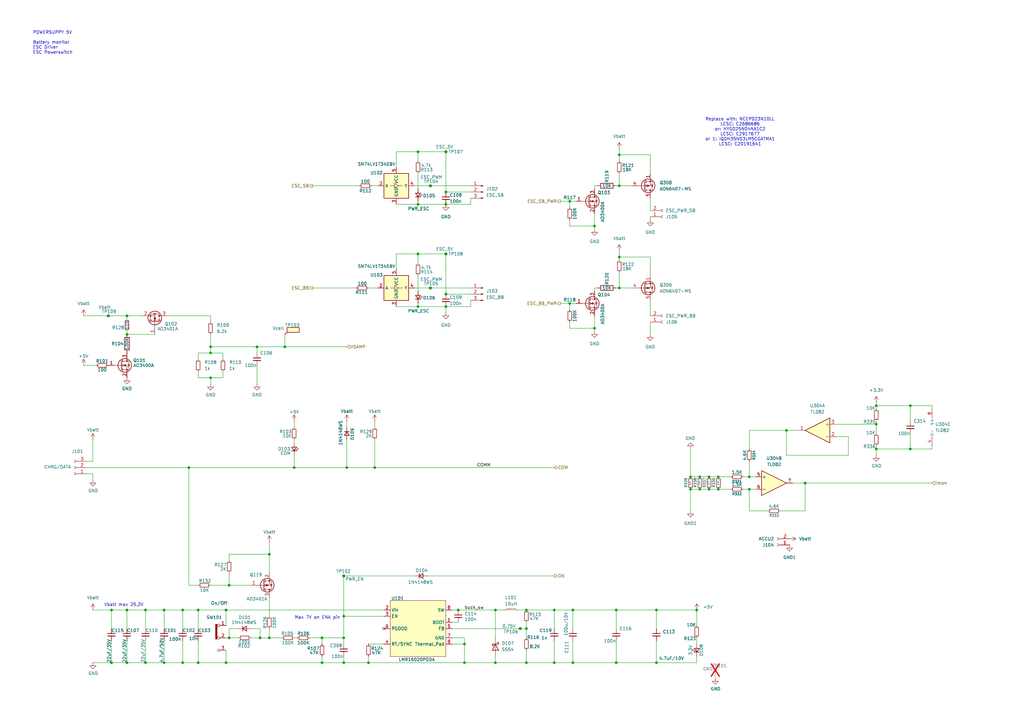
<source format=kicad_sch>
(kicad_sch (version 20250114) (generator "eeschema") (generator_version "9.0")
  (paper "A3")
  (title_block (title "NicE Buoy") (date "2023-06-20") (rev "1.1") (company "NicE Engineering"))
  (text "Max 7V on ENA pin" (at 130.175 253.365 0) (effects (font (size 1.27 1.27))))
  (text "POWERSUPPY 5V\n\nBattery monitor\nESC Driver\nESC Powerswitch\n" (at 13.462 22.352 0) (effects (font (size 1.27 1.27)) (justify left bottom)))
  (text "Replace with: NCEP023N10LL\nLCSC: C2686686\nor: HYG025N04NA1C2\nLCSC: C2917677\nor 1: IQDH35N03LM5CGATMA1\nLCSC: C20191641" (at 303.53 54.102 0) (effects (font (size 1.27 1.27))))
  (text "Vbatt max 25,2V" (at 50.8 248.158 0) (effects (font (size 1.27 1.27))))
  (junction (at 307.34 195.58))
  (junction (at 116.84 142.24))
  (junction (at 52.07 129.54))
  (junction (at 176.53 76.2))
  (junction (at 373.38 166.37))
  (junction (at 74.93 271.78))
  (junction (at 233.68 124.46))
  (junction (at 359.41 184.15))
  (junction (at 140.97 271.78))
  (junction (at 182.88 120.65))
  (junction (at 93.98 240.03))
  (junction (at 254 63.5))
  (junction (at 182.88 83.82))
  (junction (at 294.64 200.66))
  (junction (at 67.31 250.19))
  (junction (at 140.97 252.73))
  (junction (at 140.97 236.22))
  (junction (at 285.75 250.19))
  (junction (at 86.36 142.24))
  (junction (at 213.36 257.81))
  (junction (at 59.69 271.78))
  (junction (at 176.53 118.11))
  (junction (at 45.72 250.19))
  (junction (at 233.68 82.55))
  (junction (at 215.9 257.81))
  (junction (at 283.21 200.66))
  (junction (at 153.67 191.77))
  (junction (at 52.07 250.19))
  (junction (at 290.83 200.66))
  (junction (at 151.13 271.78))
  (junction (at 45.72 271.78))
  (junction (at 287.02 200.66))
  (junction (at 77.47 191.77))
  (junction (at 234.95 271.78))
  (junction (at 171.45 104.14))
  (junction (at 106.68 261.62))
  (junction (at 132.08 261.62))
  (junction (at 215.9 250.19))
  (junction (at 254 76.2))
  (junction (at 120.65 191.77))
  (junction (at 171.45 83.82))
  (junction (at 92.71 250.19))
  (junction (at 287.02 195.58))
  (junction (at 227.33 271.78))
  (junction (at 190.5 271.78))
  (junction (at 182.88 78.74))
  (junction (at 203.2 250.19))
  (junction (at 86.36 144.78))
  (junction (at 373.38 184.15))
  (junction (at 359.41 166.37))
  (junction (at 187.96 250.19))
  (junction (at 227.33 250.19))
  (junction (at 81.28 271.78))
  (junction (at 110.49 227.33))
  (junction (at 234.95 250.19))
  (junction (at 105.41 142.24))
  (junction (at 132.08 271.78))
  (junction (at 44.45 129.54))
  (junction (at 81.28 250.19))
  (junction (at 171.45 62.23))
  (junction (at 243.84 134.62))
  (junction (at 92.71 271.78))
  (junction (at 290.83 195.58))
  (junction (at 269.24 250.19))
  (junction (at 86.36 154.94))
  (junction (at 330.2 198.12))
  (junction (at 203.2 271.78))
  (junction (at 182.88 62.23))
  (junction (at 307.34 200.66))
  (junction (at 182.88 125.73))
  (junction (at 59.69 250.19))
  (junction (at 294.64 195.58))
  (junction (at 171.45 125.73))
  (junction (at 52.07 271.78))
  (junction (at 252.73 271.78))
  (junction (at 74.93 250.19))
  (junction (at 243.84 92.71))
  (junction (at 269.24 271.78))
  (junction (at 140.97 261.62))
  (junction (at 182.88 104.14))
  (junction (at 93.98 261.62))
  (junction (at 283.21 195.58))
  (junction (at 67.31 271.78))
  (junction (at 52.07 137.16))
  (junction (at 190.5 264.16))
  (junction (at 142.24 191.77))
  (junction (at 110.49 261.62))
  (junction (at 254 105.41))
  (junction (at 359.41 173.99))
  (junction (at 254 118.11))
  (junction (at 322.58 176.53))
  (junction (at 215.9 271.78))
  (junction (at 252.73 250.19))
  (no_connect (at 157.48 257.81))
  (wire (pts (xy 266.7 123.19) (xy 266.7 129.54)))
  (wire (pts (xy 140.97 252.73) (xy 140.97 261.62)))
  (wire (pts (xy 359.41 182.88) (xy 359.41 184.15)))
  (wire (pts (xy 269.24 250.19) (xy 269.24 257.81)))
  (wire (pts (xy 193.04 81.28) (xy 193.04 83.82)))
  (wire (pts (xy 110.49 261.62) (xy 115.57 261.62)))
  (wire (pts (xy 142.24 172.72) (xy 142.24 175.26)))
  (wire (pts (xy 285.75 250.19) (xy 285.75 256.54)))
  (wire (pts (xy 266.7 105.41) (xy 266.7 113.03)))
  (wire (pts (xy 243.84 93.98) (xy 243.84 92.71)))
  (wire (pts (xy 233.68 90.17) (xy 233.68 92.71)))
  (wire (pts (xy 110.49 245.11) (xy 110.49 252.73)))
  (wire (pts (xy 252.73 250.19) (xy 269.24 250.19)))
  (wire (pts (xy 52.07 129.54) (xy 52.07 130.81)))
  (wire (pts (xy 110.49 222.25) (xy 110.49 227.33)))
  (wire (pts (xy 227.33 262.89) (xy 227.33 271.78)))
  (wire (pts (xy 266.7 86.36) (xy 266.7 81.28)))
  (wire (pts (xy 162.56 104.14) (xy 171.45 104.14)))
  (wire (pts (xy 227.33 250.19) (xy 234.95 250.19)))
  (wire (pts (xy 120.65 191.77) (xy 142.24 191.77)))
  (wire (pts (xy 59.69 250.19) (xy 59.69 257.81)))
  (wire (pts (xy 171.45 83.82) (xy 182.88 83.82)))
  (wire (pts (xy 140.97 252.73) (xy 157.48 252.73)))
  (wire (pts (xy 233.68 124.46) (xy 233.68 127)))
  (wire (pts (xy 120.65 261.62) (xy 121.92 261.62)))
  (wire (pts (xy 38.1 194.31) (xy 38.1 196.85)))
  (wire (pts (xy 92.71 266.7) (xy 92.71 271.78)))
  (wire (pts (xy 140.97 236.22) (xy 170.18 236.22)))
  (wire (pts (xy 243.84 92.71) (xy 243.84 87.63)))
  (wire (pts (xy 254 105.41) (xy 266.7 105.41)))
  (wire (pts (xy 215.9 271.78) (xy 227.33 271.78)))
  (wire (pts (xy 67.31 262.89) (xy 67.31 271.78)))
  (wire (pts (xy 382.27 184.15) (xy 373.38 184.15)))
  (wire (pts (xy 52.07 262.89) (xy 52.07 271.78)))
  (wire (pts (xy 45.72 250.19) (xy 45.72 257.81)))
  (wire (pts (xy 327.66 176.53) (xy 322.58 176.53)))
  (wire (pts (xy 132.08 261.62) (xy 140.97 261.62)))
  (wire (pts (xy 347.98 186.69) (xy 347.98 179.07)))
  (wire (pts (xy 229.87 124.46) (xy 233.68 124.46)))
  (wire (pts (xy 185.42 261.62) (xy 190.5 261.62)))
  (wire (pts (xy 287.02 200.66) (xy 290.83 200.66)))
  (wire (pts (xy 120.65 180.34) (xy 120.65 181.61)))
  (wire (pts (xy 162.56 83.82) (xy 171.45 83.82)))
  (wire (pts (xy 162.56 62.23) (xy 171.45 62.23)))
  (wire (pts (xy 127 261.62) (xy 132.08 261.62)))
  (wire (pts (xy 190.5 264.16) (xy 190.5 271.78)))
  (wire (pts (xy 45.72 271.78) (xy 52.07 271.78)))
  (wire (pts (xy 59.69 271.78) (xy 67.31 271.78)))
  (wire (pts (xy 106.68 261.62) (xy 110.49 261.62)))
  (wire (pts (xy 233.68 134.62) (xy 243.84 134.62)))
  (wire (pts (xy 52.07 250.19) (xy 59.69 250.19)))
  (wire (pts (xy 81.28 250.19) (xy 92.71 250.19)))
  (wire (pts (xy 187.96 250.19) (xy 203.2 250.19)))
  (wire (pts (xy 234.95 262.89) (xy 234.95 271.78)))
  (wire (pts (xy 105.41 142.24) (xy 116.84 142.24)))
  (wire (pts (xy 132.08 271.78) (xy 140.97 271.78)))
  (wire (pts (xy 294.64 200.66) (xy 299.72 200.66)))
  (wire (pts (xy 153.67 172.72) (xy 153.67 175.26)))
  (wire (pts (xy 86.36 154.94) (xy 86.36 157.48)))
  (wire (pts (xy 182.88 78.74) (xy 193.04 78.74)))
  (wire (pts (xy 269.24 262.89) (xy 269.24 271.78)))
  (wire (pts (xy 285.75 261.62) (xy 285.75 264.16)))
  (wire (pts (xy 304.8 195.58) (xy 307.34 195.58)))
  (wire (pts (xy 330.2 198.12) (xy 330.2 209.55)))
  (wire (pts (xy 52.07 137.16) (xy 63.5 137.16)))
  (wire (pts (xy 330.2 209.55) (xy 320.04 209.55)))
  (wire (pts (xy 182.88 62.23) (xy 182.88 78.74)))
  (wire (pts (xy 236.22 82.55) (xy 233.68 82.55)))
  (wire (pts (xy 227.33 250.19) (xy 227.33 257.81)))
  (wire (pts (xy 227.33 271.78) (xy 234.95 271.78)))
  (wire (pts (xy 252.73 76.2) (xy 254 76.2)))
  (wire (pts (xy 151.13 264.16) (xy 157.48 264.16)))
  (wire (pts (xy 245.11 76.2) (xy 243.84 76.2)))
  (wire (pts (xy 93.98 261.62) (xy 97.79 261.62)))
  (wire (pts (xy 170.18 118.11) (xy 176.53 118.11)))
  (wire (pts (xy 86.36 144.78) (xy 81.28 144.78)))
  (wire (pts (xy 93.98 229.87) (xy 93.98 227.33)))
  (wire (pts (xy 193.04 123.19) (xy 193.04 125.73)))
  (wire (pts (xy 304.8 200.66) (xy 307.34 200.66)))
  (wire (pts (xy 322.58 176.53) (xy 307.34 176.53)))
  (wire (pts (xy 285.75 269.24) (xy 285.75 271.78)))
  (wire (pts (xy 243.84 135.89) (xy 243.84 134.62)))
  (wire (pts (xy 182.88 120.65) (xy 193.04 120.65)))
  (wire (pts (xy 243.84 134.62) (xy 243.84 129.54)))
  (wire (pts (xy 162.56 104.14) (xy 162.56 110.49)))
  (wire (pts (xy 234.95 250.19) (xy 234.95 257.81)))
  (wire (pts (xy 266.7 88.9) (xy 266.7 90.17)))
  (wire (pts (xy 294.64 195.58) (xy 299.72 195.58)))
  (wire (pts (xy 120.65 172.72) (xy 120.65 175.26)))
  (wire (pts (xy 171.45 113.03) (xy 171.45 119.38)))
  (wire (pts (xy 132.08 261.62) (xy 132.08 264.16)))
  (wire (pts (xy 307.34 189.23) (xy 307.34 195.58)))
  (wire (pts (xy 151.13 269.24) (xy 151.13 271.78)))
  (wire (pts (xy 153.67 180.34) (xy 153.67 191.77)))
  (wire (pts (xy 93.98 240.03) (xy 102.87 240.03)))
  (wire (pts (xy 77.47 191.77) (xy 120.65 191.77)))
  (wire (pts (xy 140.97 261.62) (xy 140.97 264.16)))
  (wire (pts (xy 171.45 62.23) (xy 171.45 66.04)))
  (wire (pts (xy 162.56 62.23) (xy 162.56 68.58)))
  (wire (pts (xy 81.28 152.4) (xy 81.28 154.94)))
  (wire (pts (xy 106.68 257.81) (xy 106.68 261.62)))
  (wire (pts (xy 347.98 179.07) (xy 342.9 179.07)))
  (wire (pts (xy 252.73 262.89) (xy 252.73 271.78)))
  (wire (pts (xy 142.24 180.34) (xy 142.24 191.77)))
  (wire (pts (xy 34.29 129.54) (xy 44.45 129.54)))
  (wire (pts (xy 68.58 129.54) (xy 86.36 129.54)))
  (wire (pts (xy 307.34 195.58) (xy 309.88 195.58)))
  (wire (pts (xy 74.93 250.19) (xy 81.28 250.19)))
  (wire (pts (xy 152.4 76.2) (xy 154.94 76.2)))
  (wire (pts (xy 359.41 165.1) (xy 359.41 166.37)))
  (wire (pts (xy 74.93 250.19) (xy 74.93 257.81)))
  (wire (pts (xy 128.27 118.11) (xy 146.05 118.11)))
  (wire (pts (xy 359.41 172.72) (xy 359.41 173.99)))
  (wire (pts (xy 170.18 76.2) (xy 176.53 76.2)))
  (wire (pts (xy 171.45 125.73) (xy 182.88 125.73)))
  (wire (pts (xy 287.02 195.58) (xy 290.83 195.58)))
  (wire (pts (xy 243.84 118.11) (xy 243.84 119.38)))
  (wire (pts (xy 254 63.5) (xy 266.7 63.5)))
  (wire (pts (xy 52.07 250.19) (xy 52.07 257.81)))
  (wire (pts (xy 254 60.96) (xy 254 63.5)))
  (wire (pts (xy 233.68 82.55) (xy 233.68 85.09)))
  (wire (pts (xy 190.5 261.62) (xy 190.5 264.16)))
  (wire (pts (xy 236.22 124.46) (xy 233.68 124.46)))
  (wire (pts (xy 86.36 129.54) (xy 86.36 132.08)))
  (wire (pts (xy 91.44 147.32) (xy 91.44 144.78)))
  (wire (pts (xy 254 63.5) (xy 254 66.04)))
  (wire (pts (xy 93.98 227.33) (xy 110.49 227.33)))
  (wire (pts (xy 175.26 236.22) (xy 227.33 236.22)))
  (wire (pts (xy 120.65 186.69) (xy 120.65 191.77)))
  (wire (pts (xy 86.36 240.03) (xy 93.98 240.03)))
  (wire (pts (xy 176.53 118.11) (xy 193.04 118.11)))
  (wire (pts (xy 254 102.87) (xy 254 105.41)))
  (wire (pts (xy 92.71 250.19) (xy 157.48 250.19)))
  (wire (pts (xy 38.1 250.19) (xy 45.72 250.19)))
  (wire (pts (xy 171.45 82.55) (xy 171.45 83.82)))
  (wire (pts (xy 77.47 240.03) (xy 77.47 191.77)))
  (wire (pts (xy 190.5 271.78) (xy 203.2 271.78)))
  (wire (pts (xy 307.34 176.53) (xy 307.34 184.15)))
  (wire (pts (xy 35.56 194.31) (xy 38.1 194.31)))
  (wire (pts (xy 151.13 118.11) (xy 154.94 118.11)))
  (wire (pts (xy 132.08 269.24) (xy 132.08 271.78)))
  (wire (pts (xy 171.45 71.12) (xy 171.45 77.47)))
  (wire (pts (xy 283.21 184.15) (xy 283.21 195.58)))
  (wire (pts (xy 182.88 125.73) (xy 182.88 128.27)))
  (wire (pts (xy 254 118.11) (xy 259.08 118.11)))
  (wire (pts (xy 185.42 257.81) (xy 213.36 257.81)))
  (wire (pts (xy 234.95 250.19) (xy 252.73 250.19)))
  (wire (pts (xy 233.68 132.08) (xy 233.68 134.62)))
  (wire (pts (xy 215.9 271.78) (xy 215.9 266.7)))
  (wire (pts (xy 330.2 198.12) (xy 382.27 198.12)))
  (wire (pts (xy 359.41 166.37) (xy 359.41 167.64)))
  (wire (pts (xy 38.1 271.78) (xy 45.72 271.78)))
  (wire (pts (xy 45.72 250.19) (xy 52.07 250.19)))
  (wire (pts (xy 252.73 271.78) (xy 269.24 271.78)))
  (wire (pts (xy 35.56 191.77) (xy 77.47 191.77)))
  (wire (pts (xy 307.34 200.66) (xy 307.34 209.55)))
  (wire (pts (xy 52.07 135.89) (xy 52.07 137.16)))
  (wire (pts (xy 243.84 118.11) (xy 245.11 118.11)))
  (wire (pts (xy 185.42 250.19) (xy 187.96 250.19)))
  (wire (pts (xy 171.45 124.46) (xy 171.45 125.73)))
  (wire (pts (xy 86.36 142.24) (xy 86.36 144.78)))
  (wire (pts (xy 34.29 149.86) (xy 39.37 149.86)))
  (wire (pts (xy 373.38 184.15) (xy 359.41 184.15)))
  (wire (pts (xy 213.36 257.81) (xy 215.9 257.81)))
  (wire (pts (xy 254 111.76) (xy 254 118.11)))
  (wire (pts (xy 81.28 250.19) (xy 81.28 257.81)))
  (wire (pts (xy 212.09 250.19) (xy 215.9 250.19)))
  (wire (pts (xy 102.87 261.62) (xy 106.68 261.62)))
  (wire (pts (xy 254 105.41) (xy 254 106.68)))
  (wire (pts (xy 74.93 271.78) (xy 81.28 271.78)))
  (wire (pts (xy 86.36 137.16) (xy 86.36 142.24)))
  (wire (pts (xy 176.53 76.2) (xy 193.04 76.2)))
  (wire (pts (xy 91.44 152.4) (xy 91.44 154.94)))
  (wire (pts (xy 203.2 250.19) (xy 203.2 261.62)))
  (wire (pts (xy 307.34 200.66) (xy 309.88 200.66)))
  (wire (pts (xy 81.28 262.89) (xy 81.28 271.78)))
  (wire (pts (xy 110.49 227.33) (xy 110.49 234.95)))
  (wire (pts (xy 285.75 271.78) (xy 269.24 271.78)))
  (wire (pts (xy 52.07 271.78) (xy 59.69 271.78)))
  (wire (pts (xy 359.41 184.15) (xy 359.41 186.69)))
  (wire (pts (xy 86.36 154.94) (xy 91.44 154.94)))
  (wire (pts (xy 254 71.12) (xy 254 76.2)))
  (wire (pts (xy 373.38 166.37) (xy 359.41 166.37)))
  (wire (pts (xy 67.31 250.19) (xy 74.93 250.19)))
  (wire (pts (xy 52.07 129.54) (xy 58.42 129.54)))
  (wire (pts (xy 86.36 154.94) (xy 81.28 154.94)))
  (wire (pts (xy 45.72 262.89) (xy 45.72 271.78)))
  (wire (pts (xy 102.87 257.81) (xy 106.68 257.81)))
  (wire (pts (xy 81.28 271.78) (xy 92.71 271.78)))
  (wire (pts (xy 234.95 271.78) (xy 252.73 271.78)))
  (wire (pts (xy 153.67 191.77) (xy 227.33 191.77)))
  (wire (pts (xy 252.73 250.19) (xy 252.73 257.81)))
  (wire (pts (xy 290.83 200.66) (xy 294.64 200.66)))
  (wire (pts (xy 322.58 186.69) (xy 347.98 186.69)))
  (wire (pts (xy 182.88 83.82) (xy 193.04 83.82)))
  (wire (pts (xy 86.36 142.24) (xy 105.41 142.24)))
  (wire (pts (xy 203.2 269.24) (xy 203.2 271.78)))
  (wire (pts (xy 91.44 144.78) (xy 86.36 144.78)))
  (wire (pts (xy 93.98 257.81) (xy 93.98 261.62)))
  (wire (pts (xy 283.21 200.66) (xy 283.21 209.55)))
  (wire (pts (xy 140.97 271.78) (xy 151.13 271.78)))
  (wire (pts (xy 283.21 200.66) (xy 287.02 200.66)))
  (wire (pts (xy 92.71 250.19) (xy 92.71 256.54)))
  (wire (pts (xy 229.87 82.55) (xy 233.68 82.55)))
  (wire (pts (xy 81.28 144.78) (xy 81.28 147.32)))
  (wire (pts (xy 67.31 250.19) (xy 67.31 257.81)))
  (wire (pts (xy 140.97 269.24) (xy 140.97 271.78)))
  (wire (pts (xy 266.7 63.5) (xy 266.7 71.12)))
  (wire (pts (xy 185.42 264.16) (xy 190.5 264.16)))
  (wire (pts (xy 182.88 104.14) (xy 182.88 120.65)))
  (wire (pts (xy 215.9 250.19) (xy 227.33 250.19)))
  (wire (pts (xy 325.12 198.12) (xy 330.2 198.12)))
  (wire (pts (xy 382.27 167.64) (xy 382.27 166.37)))
  (wire (pts (xy 110.49 257.81) (xy 110.49 261.62)))
  (wire (pts (xy 203.2 271.78) (xy 215.9 271.78)))
  (wire (pts (xy 140.97 236.22) (xy 140.97 252.73)))
  (wire (pts (xy 373.38 166.37) (xy 373.38 172.72)))
  (wire (pts (xy 171.45 62.23) (xy 182.88 62.23)))
  (wire (pts (xy 171.45 104.14) (xy 171.45 107.95)))
  (wire (pts (xy 67.31 271.78) (xy 74.93 271.78)))
  (wire (pts (xy 290.83 195.58) (xy 294.64 195.58)))
  (wire (pts (xy 105.41 142.24) (xy 105.41 144.78)))
  (wire (pts (xy 233.68 92.71) (xy 243.84 92.71)))
  (wire (pts (xy 74.93 262.89) (xy 74.93 271.78)))
  (wire (pts (xy 142.24 191.77) (xy 153.67 191.77)))
  (wire (pts (xy 38.1 180.34) (xy 38.1 189.23)))
  (wire (pts (xy 252.73 118.11) (xy 254 118.11)))
  (wire (pts (xy 162.56 125.73) (xy 171.45 125.73)))
  (wire (pts (xy 185.42 255.27) (xy 187.96 255.27)))
  (wire (pts (xy 151.13 271.78) (xy 190.5 271.78)))
  (wire (pts (xy 116.84 137.16) (xy 116.84 142.24)))
  (wire (pts (xy 128.27 76.2) (xy 147.32 76.2)))
  (wire (pts (xy 307.34 209.55) (xy 314.96 209.55)))
  (wire (pts (xy 44.45 129.54) (xy 52.07 129.54)))
  (wire (pts (xy 203.2 250.19) (xy 207.01 250.19)))
  (wire (pts (xy 382.27 182.88) (xy 382.27 184.15)))
  (wire (pts (xy 342.9 173.99) (xy 359.41 173.99)))
  (wire (pts (xy 97.79 257.81) (xy 93.98 257.81)))
  (wire (pts (xy 382.27 166.37) (xy 373.38 166.37)))
  (wire (pts (xy 171.45 104.14) (xy 182.88 104.14)))
  (wire (pts (xy 373.38 177.8) (xy 373.38 184.15)))
  (wire (pts (xy 182.88 125.73) (xy 193.04 125.73)))
  (wire (pts (xy 243.84 76.2) (xy 243.84 77.47)))
  (wire (pts (xy 322.58 176.53) (xy 322.58 186.69)))
  (wire (pts (xy 92.71 261.62) (xy 93.98 261.62)))
  (wire (pts (xy 81.28 240.03) (xy 77.47 240.03)))
  (wire (pts (xy 269.24 250.19) (xy 285.75 250.19)))
  (wire (pts (xy 215.9 257.81) (xy 215.9 261.62)))
  (wire (pts (xy 38.1 189.23) (xy 35.56 189.23)))
  (wire (pts (xy 266.7 132.08) (xy 266.7 137.16)))
  (wire (pts (xy 105.41 149.86) (xy 105.41 157.48)))
  (wire (pts (xy 116.84 142.24) (xy 142.24 142.24)))
  (wire (pts (xy 92.71 271.78) (xy 132.08 271.78)))
  (wire (pts (xy 93.98 234.95) (xy 93.98 240.03)))
  (wire (pts (xy 283.21 195.58) (xy 287.02 195.58)))
  (wire (pts (xy 59.69 250.19) (xy 67.31 250.19)))
  (wire (pts (xy 254 76.2) (xy 259.08 76.2)))
  (wire (pts (xy 215.9 255.27) (xy 215.9 257.81)))
  (wire (pts (xy 359.41 173.99) (xy 359.41 177.8)))
  (wire (pts (xy 59.69 262.89) (xy 59.69 271.78)))
  (label "buck_sw" (at 190.5 250.19 0))
  (label "COMM" (at 195.58 191.77 0))
  (hierarchical_label "ESC_BB_PWR" (shape output) (at 229.87 124.46 180))
  (hierarchical_label "COM" (shape bidirectional) (at 227.33 191.77 0))
  (hierarchical_label "ESC_SB" (shape output) (at 128.27 76.2 180))
  (hierarchical_label "Imon" (shape input) (at 382.27 198.12 0))
  (hierarchical_label "ON" (shape output) (at 227.33 236.22 0))
  (hierarchical_label "ESC_SB_PWR" (shape output) (at 229.87 82.55 180))
  (hierarchical_label "ESC_BB" (shape output) (at 128.27 118.11 180))
  (hierarchical_label "VSAMP" (shape input) (at 142.24 142.24 0))
  (symbol (lib_name "R_Small_1") (lib_id "Device:R_Small") (at 283.21 198.12 0) (mirror y) (unit 1)
    (property "Reference" "R339" (at 281.305 200.025 90) (effects (font (size 1.016 1.016)) (justify left)))
    (property "Value" "1" (at 283.845 198.12 0) (effects (justify left)))
    (property "Footprint" "Resistor_SMD:R_2512_6332Metric_Pad1.40x3.35mm_HandSolder" (effects (hide yes)))
    (property "Description" "Resistor, small symbol" (effects (hide yes)))
  )
  (symbol (lib_id "Device:R_Small") (at 171.45 110.49 0) (mirror x) (unit 1)
    (property "Reference" "R114" (at 175.006 111.506 0))
    (property "Value" "4.7k" (at 174.752 109.728 0))
    (property "Footprint" "A_Device:R_0603" (effects (hide yes)))
    (property "LCSC" "C4177" (effects (hide yes)))
  )
  (symbol (lib_id "power:GND") (at 359.41 186.69 0) (unit 1)
    (property "Reference" "#PWR0328" (effects (hide yes)))
    (property "Value" "GND" (at 359.537 191.0842 0))
  )
  (symbol (lib_id "Device:D_Schottky") (at 203.2 265.43 270) (unit 1)
    (property "Reference" "D107" (at 205.74 263.8424 90) (effects (justify left)))
    (property "Value" "SS54" (at 205.74 266.3824 90) (effects (justify left)))
    (property "Footprint" "Diode_SMD:D_SMA" (effects (hide yes)))
    (property "Datasheet" "https://www.lcsc.com/datasheet/lcsc_datasheet_2407101107_MDD-Microdiode-Semiconductor-SS54_C22452.pdf" (effects (hide yes)))
    (property "Description" "Schottky diode" (effects (hide yes)))
    (property "LCSC" "C22452" (effects (hide yes)))
  )
  (symbol (lib_id "Device:C_Small") (at 269.24 260.35 0) (unit 1)
    (property "Reference" "C113" (at 271.78 259.0862 0) (effects (justify left)))
    (property "Value" "4.7uF/10V" (at 270.256 270.002 0) (effects (justify left)))
    (property "Footprint" "Capacitor_SMD:C_1206_3216Metric" (effects (hide yes)))
    (property "Description" "Unpolarized capacitor, small symbol" (effects (hide yes)))
    (property "LCSC" "C29823" (effects (hide yes)))
  )
  (symbol (lib_id "Device:R_Small") (at 81.28 149.86 0) (unit 1)
    (property "Reference" "R108" (at 83.82 148.59 0) (effects (justify left)))
    (property "Value" "1k" (at 83.82 151.13 0) (effects (justify left)))
    (property "Footprint" "A_Device:R_0603" (effects (hide yes)))
    (property "LCSC" "C21190" (effects (hide yes)))
  )
  (symbol (lib_id "Connector:TestPoint_Small") (at 213.36 257.81 0) (unit 1) (in_bom no)
    (property "Reference" "TP106" (at 206.502 259.08 0) (effects (justify left)))
    (property "Value" "0.75V" (at 205.994 256.794 0) (effects (justify left)))
    (property "Footprint" "A_Pads_Pins:Testpad_1.4" (effects (hide yes)))
    (property "Description" "test point" (effects (hide yes)))
  )
  (symbol (lib_id "Device:C_Small") (at 227.33 260.35 0) (unit 1)
    (property "Reference" "C119" (at 221.234 258.572 0) (effects (justify left)))
    (property "Value" "1n" (at 221.996 261.62 0) (effects (justify left)))
    (property "Footprint" "A_Device:C_0603" (effects (hide yes)))
    (property "LCSC" "C1588" (effects (hide yes)))
  )
  (symbol (lib_name "+3.3V_1") (lib_id "power:+3.3V") (at 254 60.96 0) (unit 1)
    (property "Reference" "#PWR0117" (effects (hide yes)))
    (property "Value" "Vbatt" (at 254 55.88 0))
    (property "Description" "Power symbol creates a global label with name \"+3.3V\"" (effects (hide yes)))
  )
  (symbol (lib_id "Device:C_Small") (at 59.69 260.35 0) (unit 1)
    (property "Reference" "C110" (at 59.69 258.572 0) (effects (justify left)))
    (property "Value" "22uF/35V" (at 58.674 271.78 90) (effects (justify left)))
    (property "Footprint" "Capacitor_SMD:C_1206_3216Metric" (effects (hide yes)))
    (property "Description" "Unpolarized capacitor, small symbol" (effects (hide yes)))
    (property "LCSC" "C6119969" (effects (hide yes)))
  )
  (symbol (lib_name "R_Small_1") (lib_id "Device:R_Small") (at 317.5 209.55 90) (unit 1)
    (property "Reference" "R333" (at 317.5 211.455 90) (effects (font (size 1.016 1.016))))
    (property "Value" "4.6K" (at 317.5 207.645 90))
    (property "Footprint" "A_Device:R_0603" (effects (hide yes)))
    (property "Description" "Resistor, small symbol" (effects (hide yes)))
  )
  (symbol (lib_id "Device:R_Small") (at 215.9 264.16 0) (unit 1)
    (property "Reference" "R116" (at 216.154 261.366 0) (effects (justify left)))
    (property "Value" "8.2K" (at 217.17 265.176 0) (effects (justify left)))
    (property "Footprint" "A_Device:R_0603" (effects (hide yes)))
    (property "Description" "Resistor, small symbol" (effects (hide yes)))
    (property "LCSC" "C25981" (effects (hide yes)))
  )
  (symbol (lib_id "Device:R") (at 248.92 118.11 90) (unit 1)
    (property "Reference" "R120" (at 248.92 116.84 0) (effects (justify left)))
    (property "Value" "10K" (at 248.92 118.11 90))
    (property "Footprint" "A_Device:R_0603" (effects (hide yes)))
    (property "MF" "TE CONNECTIVITY" (effects (hide yes)))
    (property "MFN" "CRGH0603F10K" (effects (hide yes)))
    (property "LCSC" "C25804" (effects (hide yes)))
  )
  (symbol (lib_id "Device:C_Small") (at 182.88 123.19 0) (unit 1)
    (property "Reference" "C109" (at 184.404 121.92 0) (effects (justify left)))
    (property "Value" "100n" (at 184.404 124.46 0) (effects (justify left)))
    (property "Footprint" "A_Device:C_0603" (effects (hide yes)))
    (property "LCSC" "C14663" (effects (hide yes)))
  )
  (symbol (lib_id "Device:R_Small") (at 254 68.58 0) (unit 1)
    (property "Reference" "R121" (at 255.016 67.818 0) (effects (justify left)))
    (property "Value" "18K" (at 255.27 69.596 0) (effects (justify left)))
    (property "Footprint" "A_Device:R_0603" (effects (hide yes)))
    (property "Description" "Resistor, small symbol" (effects (hide yes)))
    (property "LCSC" "C25810" (effects (hide yes)))
  )
  (symbol (lib_id "Device:D_Small") (at 142.24 177.8 90) (mirror x) (unit 1)
    (property "Reference" "D109" (at 144.526 178.054 0))
    (property "Value" "1N4148WS" (at 139.7 177.546 0))
    (property "Footprint" "A_Device:D_SOD-323_1.8x1.4x1.15" (effects (hide yes)))
    (property "Sim.Pins" "1=K 2=A" (effects (hide yes)))
    (property "LCSC" "C2128" (effects (hide yes)))
  )
  (symbol (lib_id "Device:R_Small") (at 132.08 266.7 0) (mirror y) (unit 1)
    (property "Reference" "R107" (at 131.064 265.938 0) (effects (justify left)))
    (property "Value" "47K" (at 130.81 267.716 0) (effects (justify left)))
    (property "Footprint" "A_Device:R_0603" (effects (hide yes)))
    (property "Description" "Resistor, small symbol" (effects (hide yes)))
    (property "LCSC" "C25819" (effects (hide yes)))
  )
  (symbol (lib_id "Device:R_Small") (at 100.33 261.62 90) (unit 1)
    (property "Reference" "R102" (at 102.616 264.922 90) (effects (justify left)))
    (property "Value" "100K" (at 102.87 263.398 90) (effects (justify left)))
    (property "Footprint" "A_Device:R_0603" (effects (hide yes)))
    (property "Description" "Resistor, small symbol" (effects (hide yes)))
    (property "LCSC" "C25804" (effects (hide yes)))
  )
  (symbol (lib_id "Transistor_FET:AON6411") (at 264.16 76.2 0) (mirror x) (unit 1)
    (property "Reference" "Q308" (at 270.51 74.9299 0) (effects (justify left)))
    (property "Value" "AON6407-MS" (at 270.51 77.4699 0) (effects (justify left)))
    (property "Footprint" "Package_DFN_QFN:AO_DFN-8-1EP_5.55x5.2mm_P1.27mm_EP4.12x4.6mm" (effects (hide yes)))
    (property "Datasheet" "chrome-extension://efaidnbmnnnibpcajpcglclefindmkaj/https://jlcpcb.com/api/file/downloadByFileSystemAccessId/8602919503265214464" (effects (hide yes)))
    (property "Description" "55℃~+150℃ 1 P-Channel 100A 120W 140pF 2.5V@250uA 255pF 3.45nF 30V 60nC@10V 6mΩ@4.5V,15A P-Channel DFN5x6-8L MOSFETs ROHS" (effects (hide yes)))
    (property "LCSC" "C17702953" (effects (hide yes)))
  )
  (symbol (lib_name "+3.3V_1") (lib_id "power:+3.3V") (at 38.1 250.19 0) (unit 1)
    (property "Reference" "#PWR0104" (effects (hide yes)))
    (property "Value" "Vbatt" (at 38.1 245.11 0))
    (property "Description" "Power symbol creates a global label with name \"+3.3V\"" (effects (hide yes)))
  )
  (symbol (lib_id "Device:C_Small") (at 45.72 260.35 0) (unit 1)
    (property "Reference" "C115" (at 45.72 258.572 0) (effects (justify left)))
    (property "Value" "22uF/35V" (at 44.704 271.78 90) (effects (justify left)))
    (property "Footprint" "Capacitor_SMD:C_1206_3216Metric" (effects (hide yes)))
    (property "Description" "Unpolarized capacitor, small symbol" (effects (hide yes)))
    (property "LCSC" "C6119969" (effects (hide yes)))
  )
  (symbol (lib_id "Connector:TestPoint_Small") (at 176.53 118.11 0) (unit 1) (in_bom no)
    (property "Reference" "TP105" (at 173.736 116.332 0) (effects (justify left)))
    (property "Value" "ESC_PWM" (at 172.466 114.554 0) (effects (justify left)))
    (property "Footprint" "A_Pads_Pins:Testpad_1.4" (effects (hide yes)))
    (property "Description" "test point" (effects (hide yes)))
  )
  (symbol (lib_name "R_Small_1") (lib_id "Device:R_Small") (at 294.64 198.12 0) (mirror y) (unit 1)
    (property "Reference" "R330" (at 292.735 200.025 90) (effects (font (size 1.016 1.016)) (justify left)))
    (property "Value" "1" (at 295.275 198.12 0) (effects (justify left)))
    (property "Footprint" "Resistor_SMD:R_2512_6332Metric_Pad1.40x3.35mm_HandSolder" (effects (hide yes)))
    (property "Description" "Resistor, small symbol" (effects (hide yes)))
  )
  (symbol (lib_id "Device:R_Small") (at 52.07 133.35 180) (unit 1)
    (property "Reference" "R128" (at 51.054 134.366 0) (effects (justify left)))
    (property "Value" "10K" (at 52.07 131.318 90) (effects (justify left)))
    (property "Footprint" "A_Device:R_0603" (effects (hide yes)))
    (property "Description" "Resistor, small symbol" (effects (hide yes)))
    (property "LCSC" "C25804" (effects (hide yes)))
  )
  (symbol (lib_id "Device:R_Small") (at 254 109.22 0) (unit 1)
    (property "Reference" "R122" (at 255.016 108.458 0) (effects (justify left)))
    (property "Value" "18K" (at 255.27 110.236 0) (effects (justify left)))
    (property "Footprint" "A_Device:R_0603" (effects (hide yes)))
    (property "Description" "Resistor, small symbol" (effects (hide yes)))
    (property "LCSC" "C25810" (effects (hide yes)))
  )
  (symbol (lib_id "Device:C_Small") (at 81.28 260.35 0) (unit 1)
    (property "Reference" "C103" (at 81.28 258.572 0) (effects (justify left)))
    (property "Value" "10n" (at 77.47 261.874 0) (effects (justify left)))
    (property "Footprint" "A_Device:C_0603" (effects (hide yes)))
    (property "Description" "Unpolarized capacitor, small symbol" (effects (hide yes)))
    (property "LCSC" "C57112" (effects (hide yes)))
  )
  (symbol (lib_id "Device:R_Small") (at 124.46 261.62 270) (mirror x) (unit 1)
    (property "Reference" "R106" (at 121.92 259.842 90) (effects (justify left)))
    (property "Value" "100K" (at 121.92 263.652 90) (effects (justify left)))
    (property "Footprint" "A_Device:R_0603" (effects (hide yes)))
    (property "Description" "Resistor, small symbol" (effects (hide yes)))
    (property "LCSC" "C25804" (effects (hide yes)))
  )
  (symbol (lib_id "Device:R_Small") (at 41.91 149.86 270) (unit 1)
    (property "Reference" "R101" (at 41.91 148.082 90))
    (property "Value" "100" (at 41.91 151.638 90))
    (property "Footprint" "A_Device:R_0603" (effects (hide yes)))
    (property "Description" "Resistor, small symbol" (effects (hide yes)))
    (property "LCSC" "C22775" (effects (hide yes)))
  )
  (symbol (lib_id "power:GND") (at 105.41 157.48 0) (unit 1)
    (property "Reference" "#PWR0112" (effects (hide yes)))
    (property "Value" "GND" (at 105.41 161.925 0))
  )
  (symbol (lib_name "+3.3V_1") (lib_id "power:+3.3V") (at 359.41 165.1 0) (unit 1)
    (property "Reference" "#PWR0329" (effects (hide yes)))
    (property "Value" "+3.3V" (at 359.41 160.02 0))
    (property "Description" "Power symbol creates a global label with name \"+3.3V\"" (effects (hide yes)))
  )
  (symbol (lib_id "Connector:TestPoint_Flag") (at 116.84 137.16 0) (unit 1) (in_bom no)
    (property "Reference" "TP103" (at 116.84 133.35 0) (effects (justify left)))
    (property "Value" "Vcell" (at 111.76 134.62 0) (effects (justify left)))
    (property "Footprint" "A_Pads_Pins:Testpad_1" (effects (hide yes)))
  )
  (symbol (lib_name "+3.3V_1") (lib_id "power:+3.3V") (at 34.29 149.86 0) (unit 1)
    (property "Reference" "#PWR0107" (effects (hide yes)))
    (property "Value" "+5V" (at 32.258 146.05 0) (effects (justify left)))
    (property "Description" "Power symbol creates a global label with name \"+3.3V\"" (effects (hide yes)))
  )
  (symbol (lib_id "Connector:TestPoint_Small") (at 182.88 104.14 0) (unit 1) (in_bom no)
    (property "Reference" "TP108" (at 183.896 104.14 0) (effects (justify left)))
    (property "Value" "ESC_5V" (at 178.816 102.108 0) (effects (justify left)))
    (property "Footprint" "A_Pads_Pins:Testpad_1.4" (effects (hide yes)))
    (property "Description" "test point" (effects (hide yes)))
  )
  (symbol (lib_id "Amplifier_Operational:TL082") (at 335.28 176.53 0) (mirror y) (unit 1)
    (property "Reference" "U304" (at 335.28 166.37 0))
    (property "Value" "TL082" (at 335.28 168.91 0))
    (property "Footprint" "Package_SO:SO-8_3.9x4.9mm_P1.27mm" (effects (hide yes)))
    (property "Datasheet" "http://www.ti.com/lit/ds/symlink/tl081.pdf" (effects (hide yes)))
    (property "Description" "Dual JFET-Input Operational Amplifiers, DIP-8/SOIC-8/SSOP-8" (effects (hide yes)))
  )
  (symbol (lib_id "Logic_LevelTranslator:SN74LV1T34DBV") (at 162.56 76.2 0) (unit 1)
    (property "Reference" "U102" (at 154.432 70.866 0))
    (property "Value" "SN74LV1T34DBV" (at 154.432 67.31 0))
    (property "Footprint" "Package_TO_SOT_SMD:SOT-23-5" (effects (hide yes)))
    (property "Datasheet" "https://www.ti.com/lit/ds/symlink/sn74lv1t34.pdf" (effects (hide yes)))
    (property "Description" "Single Power Supply, Single Buffer GATE, CMOS Logic, Level Shifter, SOT-23-5" (effects (hide yes)))
    (property "LCSC" "C100024" (effects (hide yes)))
  )
  (symbol (lib_name "R_Small_1") (lib_id "Device:R_Small") (at 287.02 198.12 0) (mirror y) (unit 1)
    (property "Reference" "R338" (at 285.115 200.025 90) (effects (font (size 1.016 1.016)) (justify left)))
    (property "Value" "1" (at 287.655 198.12 0) (effects (justify left)))
    (property "Footprint" "Resistor_SMD:R_2512_6332Metric_Pad1.40x3.35mm_HandSolder" (effects (hide yes)))
    (property "Description" "Resistor, small symbol" (effects (hide yes)))
  )
  (symbol (lib_id "Transistor_FET:AO3401A") (at 63.5 132.08 270) (mirror x) (unit 1)
    (property "Reference" "Q102" (at 67.564 132.842 90) (effects (justify left)))
    (property "Value" "AO3401A" (at 64.516 134.874 90) (effects (justify left)))
    (property "Footprint" "Package_TO_SOT_SMD:SOT-23" (effects (hide yes)))
    (property "Datasheet" "http://www.aosmd.com/pdfs/datasheet/AO3401A.pdf" (effects (hide yes)))
    (property "Description" "-4.0A Id, -30V Vds, P-Channel MOSFET, SOT-23" (effects (hide yes)))
    (property "LCSC" "C15127" (effects (hide yes)))
  )
  (symbol (lib_id "Device:R_Small") (at 91.44 149.86 0) (unit 1)
    (property "Reference" "R110" (at 93.98 148.59 0) (effects (justify left)))
    (property "Value" "1k" (at 93.98 151.13 0) (effects (justify left)))
    (property "Footprint" "A_Device:R_0603" (effects (hide yes)))
    (property "LCSC" "C21190" (effects (hide yes)))
  )
  (symbol (lib_id "Device:R_Small") (at 151.13 266.7 0) (unit 1)
    (property "Reference" "R124" (at 152.146 265.938 0) (effects (justify left)))
    (property "Value" "47K" (at 152.4 267.716 0) (effects (justify left)))
    (property "Footprint" "A_Device:R_0603" (effects (hide yes)))
    (property "Description" "Resistor, small symbol" (effects (hide yes)))
    (property "LCSC" "C25819" (effects (hide yes)))
  )
  (symbol (lib_id "Device:C_Small") (at 74.93 260.35 0) (unit 1)
    (property "Reference" "C102" (at 74.93 258.572 0) (effects (justify left)))
    (property "Value" "100n" (at 69.342 262.128 0) (effects (justify left)))
    (property "Footprint" "A_Device:C_0603" (effects (hide yes)))
    (property "LCSC" "C14663" (effects (hide yes)))
  )
  (symbol (lib_id "Device:R") (at 52.07 140.97 180) (unit 1)
    (property "Reference" "R104" (at 50.8 140.97 0) (effects (justify left)))
    (property "Value" "100K" (at 52.07 140.97 90))
    (property "Footprint" "A_Device:R_0603" (effects (hide yes)))
    (property "MF" "TE CONNECTIVITY" (effects (hide yes)))
    (property "MFN" "CRGH0603F10K" (effects (hide yes)))
    (property "LCSC" "C25804" (effects (hide yes)))
  )
  (symbol (lib_id "Device:C_Small") (at 182.88 81.28 0) (unit 1)
    (property "Reference" "C108" (at 184.404 80.01 0) (effects (justify left)))
    (property "Value" "100n" (at 184.404 82.55 0) (effects (justify left)))
    (property "Footprint" "A_Device:C_0603" (effects (hide yes)))
    (property "LCSC" "C14663" (effects (hide yes)))
  )
  (symbol (lib_id "Device:R_Small") (at 171.45 68.58 0) (mirror x) (unit 1)
    (property "Reference" "R113" (at 175.006 69.596 0))
    (property "Value" "4.7k" (at 174.752 67.818 0))
    (property "Footprint" "A_Device:R_0603" (effects (hide yes)))
    (property "LCSC" "C4177" (effects (hide yes)))
  )
  (symbol (lib_id "Device:R_Small") (at 93.98 232.41 0) (mirror y) (unit 1)
    (property "Reference" "R127" (at 92.964 231.648 0) (effects (justify left)))
    (property "Value" "2K" (at 92.964 233.426 0) (effects (justify left)))
    (property "Footprint" "A_Device:R_0603" (effects (hide yes)))
    (property "LCSC" "C22975" (effects (hide yes)))
  )
  (symbol (lib_id "Device:C_Small") (at 187.96 252.73 0) (unit 1)
    (property "Reference" "C114" (at 190.5 251.714 0) (effects (justify left)))
    (property "Value" "100n" (at 190.5 254 0) (effects (justify left)))
    (property "Footprint" "A_Device:C_0603" (effects (hide yes)))
    (property "LCSC" "C14663" (effects (hide yes)))
  )
  (symbol (lib_name "+3.3V_1") (lib_id "power:+3.3V") (at 110.49 222.25 0) (mirror y) (unit 1)
    (property "Reference" "#PWR0134" (effects (hide yes)))
    (property "Value" "Vbatt" (at 110.49 218.186 0))
    (property "Description" "Power symbol creates a global label with name \"+3.3V\"" (effects (hide yes)))
  )
  (symbol (lib_id "Device:LED_Small") (at 120.65 184.15 270) (mirror x) (unit 1)
    (property "Reference" "D103" (at 116.586 184.15 90))
    (property "Value" "COM" (at 117.094 185.928 90))
    (property "Footprint" "LED_SMD:LED_0603_1608Metric" (effects (hide yes)))
    (property "Datasheet" "https://datasheet.lcsc.com/szlcsc/Hubei-KENTO-Elec-KT-0603R_C2286.pdf" (effects (hide yes)))
    (property "LCSC" "C2286" (effects (hide yes)))
  )
  (symbol (lib_id "NicE:LMR16020") (at 172.72 259.08 0) (unit 1)
    (property "Reference" "U101" (at 163.068 245.364 0))
    (property "Value" "LMR16020PDDA" (at 170.942 270.51 0))
    (property "Footprint" "Package_SO:SOIC-8-1EP_3.9x4.9mm_P1.27mm_EP2.41x3.81mm_ThermalVias" (effects (hide yes)))
    (property "LCSC" "C190006" (effects (hide yes)))
  )
  (symbol (lib_name "+3.3V_1") (lib_id "power:+3.3V") (at 153.67 172.72 0) (mirror y) (unit 1)
    (property "Reference" "#PWR0133" (effects (hide yes)))
    (property "Value" "Vbatt" (at 153.67 168.656 0))
    (property "Description" "Power symbol creates a global label with name \"+3.3V\"" (effects (hide yes)))
  )
  (symbol (lib_id "Device:D_Small") (at 100.33 257.81 0) (unit 1)
    (property "Reference" "D101" (at 100.33 253.238 0))
    (property "Value" "1N4148WS" (at 100.076 255.27 0))
    (property "Footprint" "A_Device:D_SOD-323_1.8x1.4x1.15" (effects (hide yes)))
    (property "Sim.Pins" "1=K 2=A" (effects (hide yes)))
    (property "LCSC" "C2128" (effects (hide yes)))
  )
  (symbol (lib_id "Transistor_FET:2N7002") (at 241.3 82.55 0) (unit 1)
    (property "Reference" "Q103" (at 245.11 78.994 0) (effects (justify left)))
    (property "Value" "AO3400A" (at 247.142 91.186 90) (effects (justify left)))
    (property "Footprint" "Package_TO_SOT_SMD:SOT-23" (effects (hide yes)))
    (property "Datasheet" "https://wmsc.lcsc.com/wmsc/upload/file/pdf/v2/lcsc/1811081213_Alpha---Omega-Semicon-AO3400A_C20917.pdf" (effects (hide yes)))
    (property "Description" "5.7A Id, 30V Vds, N-Channel MOSFET, SOT-23" (effects (hide yes)))
    (property "LCSC" "C20917" (effects (hide yes)))
  )
  (symbol (lib_id "Transistor_FET:AO3401A") (at 107.95 240.03 0) (mirror x) (unit 1)
    (property "Reference" "Q119" (at 102.362 235.712 0) (effects (justify left)))
    (property "Value" "AO3401A" (at 101.092 245.618 0) (effects (justify left)))
    (property "Footprint" "Package_TO_SOT_SMD:SOT-23" (effects (hide yes)))
    (property "Datasheet" "http://www.aosmd.com/pdfs/datasheet/AO3401A.pdf" (effects (hide yes)))
    (property "Description" "-4.0A Id, -30V Vds, P-Channel MOSFET, SOT-23" (effects (hide yes)))
    (property "LCSC" "C15127" (effects (hide yes)))
  )
  (symbol (lib_id "Device:C_Small") (at 105.41 147.32 0) (unit 1)
    (property "Reference" "C106" (at 106.68 144.78 0) (effects (justify left)))
    (property "Value" "100n" (at 100.33 149.86 0) (effects (justify left)))
    (property "Footprint" "A_Device:C_0603" (effects (hide yes)))
    (property "LCSC" "C14663" (effects (hide yes)))
  )
  (symbol (lib_id "power:GND") (at 243.84 135.89 0) (unit 1)
    (property "Reference" "#PWR0116" (effects (hide yes)))
    (property "Value" "GND" (at 243.84 140.97 0))
    (property "Description" "Power symbol creates a global label with name \"GND\" , ground" (effects (hide yes)))
  )
  (symbol (lib_id "Connector:Conn_01x02_Socket") (at 271.78 88.9 0) (mirror x) (unit 1)
    (property "Reference" "J105" (at 273.05 88.9001 0) (effects (justify left)))
    (property "Value" "ESC_PWR_SB" (at 273.05 86.3601 0) (effects (justify left)))
    (property "Footprint" "Connector_AMASS:AMASS_XT30U-M_1x02_P5.0mm_Vertical" (effects (hide yes)))
    (property "LCSC" "C428722" (effects (hide yes)))
  )
  (symbol (lib_id "power:GND") (at 182.88 83.82 0) (unit 1)
    (property "Reference" "#PWR0113" (effects (hide yes)))
    (property "Value" "GND" (at 182.88 88.9 0))
    (property "Description" "Power symbol creates a global label with name \"GND\" , ground" (effects (hide yes)))
  )
  (symbol (lib_id "Device:LED_Small") (at 171.45 121.92 270) (mirror x) (unit 1)
    (property "Reference" "D106" (at 176.022 122.174 90))
    (property "Value" "PWR_ESC" (at 171.704 127.508 90))
    (property "Footprint" "LED_SMD:LED_0603_1608Metric" (effects (hide yes)))
    (property "Datasheet" "https://datasheet.lcsc.com/szlcsc/Hubei-KENTO-Elec-KT-0603R_C2286.pdf" (effects (hide yes)))
    (property "LCSC" "C2286" (effects (hide yes)))
  )
  (symbol (lib_id "Amplifier_Operational:TL082") (at 384.81 175.26 0) (unit 3)
    (property "Reference" "U304" (at 383.54 173.9899 0) (effects (justify left)))
    (property "Value" "TL082" (at 383.54 176.5299 0) (effects (justify left)))
    (property "Footprint" "Package_SO:SO-8_3.9x4.9mm_P1.27mm" (effects (hide yes)))
    (property "Datasheet" "http://www.ti.com/lit/ds/symlink/tl081.pdf" (effects (hide yes)))
    (property "Description" "Dual JFET-Input Operational Amplifiers, DIP-8/SOIC-8/SSOP-8" (effects (hide yes)))
  )
  (symbol (lib_id "Device:C_Small") (at 140.97 266.7 0) (unit 1)
    (property "Reference" "C308" (at 135.255 264.795 0) (effects (justify left)))
    (property "Value" "100n" (at 135.89 269.24 0) (effects (justify left)))
    (property "Footprint" "A_Device:C_0603" (effects (hide yes)))
    (property "LCSC" "C14663" (effects (hide yes)))
  )
  (symbol (lib_id "Connector:Conn_01x03_Pin") (at 198.12 78.74 0) (mirror y) (unit 1)
    (property "Reference" "J102" (at 199.39 77.4699 0) (effects (justify right)))
    (property "Value" "ESC_SB" (at 199.39 80.0099 0) (effects (justify right)))
    (property "Footprint" "Connector_JST:JST_XH_B3B-XH-A_1x03_P2.50mm_Vertical" (effects (hide yes)))
    (property "Description" "Generic connector, single row, 01x03, script generated" (effects (hide yes)))
    (property "LCSC" "C5341202" (effects (hide yes)))
  )
  (symbol (lib_id "Device:R_Small") (at 148.59 118.11 270) (unit 1)
    (property "Reference" "R111" (at 148.336 119.888 90))
    (property "Value" "100" (at 148.59 116.332 90))
    (property "Footprint" "A_Device:R_0603" (effects (hide yes)))
    (property "Description" "Resistor, small symbol" (effects (hide yes)))
    (property "LCSC" "C22775" (effects (hide yes)))
  )
  (symbol (lib_name "R_Small_1") (lib_id "Device:R_Small") (at 302.26 200.66 90) (unit 1)
    (property "Reference" "R332" (at 302.26 202.565 90) (effects (font (size 1.016 1.016))))
    (property "Value" "1.5K" (at 302.26 198.755 90))
    (property "Footprint" "A_Device:R_0603" (effects (hide yes)))
    (property "Description" "Resistor, small symbol" (effects (hide yes)))
  )
  (symbol (lib_id "Device:C_Small") (at 252.73 260.35 0) (unit 1)
    (property "Reference" "C116" (at 254 257.81 0) (effects (justify left)))
    (property "Value" "100n" (at 247.65 262.89 0) (effects (justify left)))
    (property "Footprint" "A_Device:C_0603" (effects (hide yes)))
    (property "LCSC" "C14663" (effects (hide yes)))
  )
  (symbol (lib_name "+3.3V_1") (lib_id "power:+3.3V") (at 34.29 129.54 0) (unit 1)
    (property "Reference" "#PWR0108" (effects (hide yes)))
    (property "Value" "Vbatt" (at 34.29 124.46 0))
    (property "Description" "Power symbol creates a global label with name \"+3.3V\"" (effects (hide yes)))
  )
  (symbol (lib_id "Device:R_Small") (at 285.75 259.08 180) (unit 1)
    (property "Reference" "R123" (at 285.496 261.874 0) (effects (justify left)))
    (property "Value" "10K" (at 285.496 256.286 0) (effects (justify left)))
    (property "Footprint" "A_Device:R_0603" (effects (hide yes)))
    (property "Description" "Resistor, small symbol" (effects (hide yes)))
    (property "LCSC" "C25804" (effects (hide yes)))
  )
  (symbol (lib_id "NicE:SW_slide_SP") (at 90.17 261.62 0) (mirror y) (unit 1)
    (property "Reference" "SW101" (at 87.884 253.238 0))
    (property "Value" "On/Off" (at 89.916 247.396 0))
    (property "Footprint" "A_Connector:Header_1x03_P2.54_Male" (effects (hide yes)))
    (property "LCSC" "C2937625" (effects (hide yes)))
  )
  (symbol (lib_id "Device:R_Small") (at 86.36 134.62 0) (unit 1)
    (property "Reference" "R109" (at 88.9 133.35 0) (effects (justify left)))
    (property "Value" "6.2k" (at 88.9 135.89 0) (effects (justify left)))
    (property "Footprint" "A_Device:R_0603" (effects (hide yes)))
    (property "LCSC" "C25804" (effects (hide yes)))
  )
  (symbol (lib_id "power:GND") (at 86.36 157.48 0) (unit 1)
    (property "Reference" "#PWR0110" (effects (hide yes)))
    (property "Value" "GND" (at 86.36 161.925 0))
  )
  (symbol (lib_name "+3.3V_1") (lib_id "power:+3.3V") (at 38.1 180.34 0) (unit 1)
    (property "Reference" "#PWR0111" (effects (hide yes)))
    (property "Value" "Vbatt" (at 38.1 176.276 0))
    (property "Description" "Power symbol creates a global label with name \"+3.3V\"" (effects (hide yes)))
  )
  (symbol (lib_id "power:GND") (at 266.7 137.16 0) (unit 1)
    (property "Reference" "#PWR0321" (effects (hide yes)))
    (property "Value" "GND" (at 266.7 142.24 0))
    (property "Description" "Power symbol creates a global label with name \"GND\" , ground" (effects (hide yes)))
  )
  (symbol (lib_name "+3.3V_1") (lib_id "power:+3.3V") (at 285.75 250.19 0) (unit 1)
    (property "Reference" "#PWR0119" (effects (hide yes)))
    (property "Value" "+5V" (at 288.29 248.9199 0) (effects (justify left)))
    (property "Description" "Power symbol creates a global label with name \"+3.3V\"" (effects (hide yes)))
  )
  (symbol (lib_id "Device:R_Small") (at 359.41 180.34 180) (unit 1)
    (property "Reference" "R336" (at 359.156 183.134 0) (effects (justify left)))
    (property "Value" "10K" (at 359.156 177.546 0) (effects (justify left)))
    (property "Footprint" "A_Device:R_0603" (effects (hide yes)))
    (property "Description" "Resistor, small symbol" (effects (hide yes)))
    (property "LCSC" "C25804" (effects (hide yes)))
  )
  (symbol (lib_id "power:GND") (at 283.21 184.15 180) (unit 1)
    (property "Reference" "#PWR0326" (effects (hide yes)))
    (property "Value" "GND" (at 283.083 179.7558 0))
  )
  (symbol (lib_name "R_Small_1") (lib_id "Device:R_Small") (at 302.26 195.58 90) (unit 1)
    (property "Reference" "R331" (at 302.26 197.485 90) (effects (font (size 1.016 1.016))))
    (property "Value" "1.5K" (at 302.26 193.675 90))
    (property "Footprint" "A_Device:R_0603" (effects (hide yes)))
    (property "Description" "Resistor, small symbol" (effects (hide yes)))
  )
  (symbol (lib_id "Device:R_Small") (at 118.11 261.62 90) (mirror x) (unit 1)
    (property "Reference" "R105" (at 120.396 259.842 90) (effects (justify left)))
    (property "Value" "100K" (at 120.65 263.652 90) (effects (justify left)))
    (property "Footprint" "A_Device:R_0603" (effects (hide yes)))
    (property "Description" "Resistor, small symbol" (effects (hide yes)))
    (property "LCSC" "C25804" (effects (hide yes)))
  )
  (symbol (lib_id "power:GND") (at 293.37 278.13 0) (unit 1)
    (property "Reference" "#PWR0101" (effects (hide yes)))
    (property "Value" "GND" (at 293.497 282.5242 0))
  )
  (symbol (lib_id "Device:R_Small") (at 83.82 240.03 90) (mirror x) (unit 1)
    (property "Reference" "R132" (at 86.614 238.252 90) (effects (justify left)))
    (property "Value" "10K" (at 85.852 242.062 90) (effects (justify left)))
    (property "Footprint" "A_Device:R_0603" (effects (hide yes)))
    (property "Description" "Resistor, small symbol" (effects (hide yes)))
    (property "LCSC" "C25804" (effects (hide yes)))
  )
  (symbol (lib_id "Amplifier_Operational:TL082") (at 317.5 198.12 0) (unit 2)
    (property "Reference" "U304" (at 317.5 187.96 0))
    (property "Value" "TL082" (at 317.5 190.5 0))
    (property "Footprint" "Package_SO:SO-8_3.9x4.9mm_P1.27mm" (effects (hide yes)))
    (property "Datasheet" "http://www.ti.com/lit/ds/symlink/tl081.pdf" (effects (hide yes)))
    (property "Description" "Dual JFET-Input Operational Amplifiers, DIP-8/SOIC-8/SSOP-8" (effects (hide yes)))
  )
  (symbol (lib_id "Connector:TestPoint_Small") (at 182.88 62.23 0) (unit 1) (in_bom no)
    (property "Reference" "TP107" (at 183.896 62.23 0) (effects (justify left)))
    (property "Value" "ESC_5V" (at 178.816 60.198 0) (effects (justify left)))
    (property "Footprint" "A_Pads_Pins:Testpad_1" (effects (hide yes)))
    (property "Description" "test point" (effects (hide yes)))
  )
  (symbol (lib_id "Connector:TestPoint") (at 293.37 278.13 0) (unit 1) (dnp yes)
    (property "Reference" "TP101" (at 292.1 273.05 0) (effects (justify left)))
    (property "Value" "GND" (at 288.29 274.32 0) (effects (justify left)))
    (property "Footprint" "TestPoint:TestPoint_Loop_D2.54mm_Drill1.5mm_Beaded" (effects (hide yes)))
  )
  (symbol (lib_name "+3.3V_1") (lib_id "power:+3.3V") (at 254 102.87 0) (unit 1)
    (property "Reference" "#PWR0118" (effects (hide yes)))
    (property "Value" "Vbatt" (at 254 97.79 0))
    (property "Description" "Power symbol creates a global label with name \"+3.3V\"" (effects (hide yes)))
  )
  (symbol (lib_name "R_Small_1") (lib_id "Device:R_Small") (at 290.83 198.12 0) (mirror y) (unit 1)
    (property "Reference" "R337" (at 288.925 200.025 90) (effects (font (size 1.016 1.016)) (justify left)))
    (property "Value" "1" (at 291.465 198.12 0) (effects (justify left)))
    (property "Footprint" "Resistor_SMD:R_2512_6332Metric_Pad1.40x3.35mm_HandSolder" (effects (hide yes)))
    (property "Description" "Resistor, small symbol" (effects (hide yes)))
  )
  (symbol (lib_id "Device:R_Small") (at 110.49 255.27 0) (mirror x) (unit 1)
    (property "Reference" "R126" (at 108.712 252.73 90) (effects (justify left)))
    (property "Value" "100K" (at 112.522 252.73 90) (effects (justify left)))
    (property "Footprint" "A_Device:R_0603" (effects (hide yes)))
    (property "Description" "Resistor, small symbol" (effects (hide yes)))
    (property "LCSC" "C25804" (effects (hide yes)))
  )
  (symbol (lib_id "Device:R_Small") (at 153.67 177.8 0) (mirror y) (unit 1)
    (property "Reference" "R129" (at 152.654 177.038 0) (effects (justify left)))
    (property "Value" "2K" (at 152.654 178.816 0) (effects (justify left)))
    (property "Footprint" "A_Device:R_0603" (effects (hide yes)))
    (property "LCSC" "C22975" (effects (hide yes)))
  )
  (symbol (lib_id "power:GND") (at 52.07 154.94 0) (unit 1)
    (property "Reference" "#PWR0109" (effects (hide yes)))
    (property "Value" "GND" (at 52.07 159.385 0))
  )
  (symbol (lib_id "Device:R_Small") (at 149.86 76.2 270) (unit 1)
    (property "Reference" "R112" (at 149.86 78.232 90))
    (property "Value" "100" (at 149.86 74.422 90))
    (property "Footprint" "A_Device:R_0603" (effects (hide yes)))
    (property "Description" "Resistor, small symbol" (effects (hide yes)))
    (property "LCSC" "C22775" (effects (hide yes)))
  )
  (symbol (lib_name "+3.3V_1") (lib_id "power:+3.3V") (at 323.85 220.98 270) (unit 1)
    (property "Reference" "#PWR0122" (effects (hide yes)))
    (property "Value" "Vbatt" (at 327.66 220.9799 90) (effects (justify left)))
    (property "Description" "Power symbol creates a global label with name \"+3.3V\"" (effects (hide yes)))
  )
  (symbol (lib_id "Device:C_Small") (at 234.95 260.35 0) (unit 1)
    (property "Reference" "C111" (at 232.41 267.97 90) (effects (justify left)))
    (property "Value" "100u/10V" (at 232.156 260.858 90) (effects (justify left)))
    (property "Footprint" "Capacitor_SMD:C_1210_3225Metric" (effects (hide yes)))
    (property "LCSC" "C23742" (effects (hide yes)))
  )
  (symbol (lib_id "Device:C_Small") (at 373.38 175.26 0) (unit 1)
    (property "Reference" "C314" (at 374.65 172.72 0) (effects (justify left)))
    (property "Value" "100n" (at 368.3 177.8 0) (effects (justify left)))
    (property "Footprint" "A_Device:C_0603" (effects (hide yes)))
    (property "LCSC" "C14663" (effects (hide yes)))
  )
  (symbol (lib_id "Connector:TestPoint_Small") (at 140.97 236.22 0) (unit 1) (in_bom no)
    (property "Reference" "TP102" (at 137.795 234.315 0) (effects (justify left)))
    (property "Value" "PWR_EN" (at 141.605 237.49 0) (effects (justify left)))
    (property "Footprint" "A_Pads_Pins:Testpad_1.4" (effects (hide yes)))
    (property "Description" "test point" (effects (hide yes)))
  )
  (symbol (lib_name "+3.3V_1") (lib_id "power:+3.3V") (at 142.24 172.72 0) (mirror y) (unit 1)
    (property "Reference" "#PWR0106" (effects (hide yes)))
    (property "Value" "Vbatt" (at 142.24 168.656 0))
    (property "Description" "Power symbol creates a global label with name \"+3.3V\"" (effects (hide yes)))
  )
  (symbol (lib_id "Device:R_Small") (at 359.41 170.18 180) (unit 1)
    (property "Reference" "R335" (at 359.156 172.974 0) (effects (justify left)))
    (property "Value" "10K" (at 359.156 167.386 0) (effects (justify left)))
    (property "Footprint" "A_Device:R_0603" (effects (hide yes)))
    (property "Description" "Resistor, small symbol" (effects (hide yes)))
    (property "LCSC" "C25804" (effects (hide yes)))
  )
  (symbol (lib_id "Device:R_Small") (at 233.68 87.63 0) (mirror y) (unit 1)
    (property "Reference" "R117" (at 236.22 81.026 0) (effects (justify left)))
    (property "Value" "100K" (at 235.712 90.17 90) (effects (justify left)))
    (property "Footprint" "A_Device:R_0603" (effects (hide yes)))
    (property "Description" "Resistor, small symbol" (effects (hide yes)))
    (property "LCSC" "C25804" (effects (hide yes)))
  )
  (symbol (lib_id "Device:R_Small") (at 233.68 129.54 0) (mirror y) (unit 1)
    (property "Reference" "R118" (at 236.22 122.936 0) (effects (justify left)))
    (property "Value" "100K" (at 235.712 132.08 90) (effects (justify left)))
    (property "Footprint" "A_Device:R_0603" (effects (hide yes)))
    (property "Description" "Resistor, small symbol" (effects (hide yes)))
    (property "LCSC" "C25804" (effects (hide yes)))
  )
  (symbol (lib_name "R_Small_1") (lib_id "Device:R_Small") (at 307.34 186.69 180) (unit 1)
    (property "Reference" "R334" (at 309.245 186.69 90) (effects (font (size 1.016 1.016))))
    (property "Value" "4.6K" (at 305.435 186.69 90))
    (property "Footprint" "A_Device:R_0603" (effects (hide yes)))
    (property "Description" "Resistor, small symbol" (effects (hide yes)))
  )
  (symbol (lib_id "power:GND") (at 182.88 128.27 0) (unit 1)
    (property "Reference" "#PWR0114" (effects (hide yes)))
    (property "Value" "GND" (at 182.88 133.35 0))
    (property "Description" "Power symbol creates a global label with name \"GND\" , ground" (effects (hide yes)))
  )
  (symbol (lib_id "Connector:Conn_01x03_Socket") (at 30.48 191.77 180) (unit 1)
    (property "Reference" "J101" (at 31.75 185.166 0))
    (property "Value" "CHRG/DATA" (at 23.622 191.516 0))
    (property "Footprint" "RoundWire_1x03_P5.50mm_Vertical" (effects (hide yes)))
    (property "Datasheet" "https://jlcpcb.com/api/file/downloadByFileSystemAccessId/8604437267024781312" (effects (hide yes)))
    (property "Description" "Generic connector, single row, 01x03, script generated" (effects (hide yes)))
    (property "LCSC" "C19268044" (effects (hide yes)))
    (property "info" "MR60PW-M.G.B" (effects (hide yes)))
  )
  (symbol (lib_id "Connector:Conn_01x02_Socket") (at 318.77 223.52 180) (unit 1)
    (property "Reference" "J104" (at 317.5 223.5201 0) (effects (justify left)))
    (property "Value" "ACCU2" (at 317.5 220.9801 0) (effects (justify left)))
    (property "Footprint" "Connector_AMASS:AMASS_XT30U-M_1x02_P5.0mm_Vertical" (effects (hide yes)))
    (property "LCSC" "C98732" (effects (hide yes)))
  )
  (symbol (lib_id "Device:R_Small") (at 120.65 177.8 0) (mirror x) (unit 1)
    (property "Reference" "R103" (at 114.554 177.038 0) (effects (justify left)))
    (property "Value" "10K" (at 115.824 178.816 0) (effects (justify left)))
    (property "Footprint" "A_Device:R_0603" (effects (hide yes)))
    (property "Description" "Resistor, small symbol" (effects (hide yes)))
    (property "LCSC" "C25804" (effects (hide yes)))
  )
  (symbol (lib_id "power:GND1") (at 283.21 209.55 0) (unit 1)
    (property "Reference" "#PWR0325" (effects (hide yes)))
    (property "Value" "GND1" (at 283.21 214.63 0))
    (property "Description" "Power symbol creates a global label with name \"GND1\" , ground" (effects (hide yes)))
  )
  (symbol (lib_id "Device:C_Small") (at 52.07 260.35 0) (unit 1)
    (property "Reference" "C107" (at 52.07 258.572 0) (effects (justify left)))
    (property "Value" "22uF/35V" (at 51.054 271.78 90) (effects (justify left)))
    (property "Footprint" "Capacitor_SMD:C_1206_3216Metric" (effects (hide yes)))
    (property "Description" "Unpolarized capacitor, small symbol" (effects (hide yes)))
    (property "LCSC" "C6119969" (effects (hide yes)))
  )
  (symbol (lib_id "Transistor_FET:AON6411") (at 264.16 118.11 0) (mirror x) (unit 1)
    (property "Reference" "Q306" (at 270.51 116.8399 0) (effects (justify left)))
    (property "Value" "AON6407-MS" (at 270.51 119.3799 0) (effects (justify left)))
    (property "Footprint" "Package_DFN_QFN:AO_DFN-8-1EP_5.55x5.2mm_P1.27mm_EP4.12x4.6mm" (effects (hide yes)))
    (property "Datasheet" "chrome-extension://efaidnbmnnnibpcajpcglclefindmkaj/https://jlcpcb.com/api/file/downloadByFileSystemAccessId/8602919503265214464" (effects (hide yes)))
    (property "Description" "55℃~+150℃ 1 P-Channel 100A 120W 140pF 2.5V@250uA 255pF 3.45nF 30V 60nC@10V 6mΩ@4.5V,15A P-Channel DFN5x6-8L MOSFETs ROHS" (effects (hide yes)))
    (property "LCSC" "C17702953" (effects (hide yes)))
  )
  (symbol (lib_name "+3.3V_1") (lib_id "power:+3.3V") (at 120.65 172.72 0) (mirror y) (unit 1)
    (property "Reference" "#PWR0102" (effects (hide yes)))
    (property "Value" "+5V" (at 122.682 168.91 0) (effects (justify left)))
    (property "Description" "Power symbol creates a global label with name \"+3.3V\"" (effects (hide yes)))
  )
  (symbol (lib_id "Transistor_FET:2N7002") (at 241.3 124.46 0) (unit 1)
    (property "Reference" "Q104" (at 245.11 120.904 0) (effects (justify left)))
    (property "Value" "AO3400A" (at 247.142 133.096 90) (effects (justify left)))
    (property "Footprint" "Package_TO_SOT_SMD:SOT-23" (effects (hide yes)))
    (property "Datasheet" "https://wmsc.lcsc.com/wmsc/upload/file/pdf/v2/lcsc/1811081213_Alpha---Omega-Semicon-AO3400A_C20917.pdf" (effects (hide yes)))
    (property "Description" "5.7A Id, 30V Vds, N-Channel MOSFET, SOT-23" (effects (hide yes)))
    (property "LCSC" "C20917" (effects (hide yes)))
  )
  (symbol (lib_id "power:GND1") (at 323.85 223.52 0) (unit 1)
    (property "Reference" "#PWR0330" (effects (hide yes)))
    (property "Value" "GND1" (at 323.85 228.6 0))
    (property "Description" "Power symbol creates a global label with name \"GND1\" , ground" (effects (hide yes)))
  )
  (symbol (lib_id "Transistor_FET:2N7002") (at 49.53 149.86 0) (unit 1)
    (property "Reference" "Q101" (at 54.61 147.828 0) (effects (justify left)))
    (property "Value" "AO3400A" (at 54.61 149.86 0) (effects (justify left)))
    (property "Footprint" "Package_TO_SOT_SMD:SOT-23" (effects (hide yes)))
    (property "Datasheet" "https://wmsc.lcsc.com/wmsc/upload/file/pdf/v2/lcsc/1811081213_Alpha---Omega-Semicon-AO3400A_C20917.pdf" (effects (hide yes)))
    (property "Description" "5.7A Id, 30V Vds, N-Channel MOSFET, SOT-23" (effects (hide yes)))
    (property "LCSC" "C20917" (effects (hide yes)))
  )
  (symbol (lib_id "Device:L_Small") (at 209.55 250.19 90) (unit 1)
    (property "Reference" "L101" (at 209.55 245.11 90))
    (property "Value" "10uH" (at 209.55 247.65 90))
    (property "Footprint" "A_Device:L_6.6x7.0mm" (effects (hide yes)))
    (property "Description" "Inductor, small symbol" (effects (hide yes)))
    (property "LCSC" "C2894722" (effects (hide yes)))
  )
  (symbol (lib_id "Device:R_Small") (at 215.9 252.73 0) (unit 1)
    (property "Reference" "R115" (at 216.916 251.968 0) (effects (justify left)))
    (property "Value" "47K" (at 217.17 253.746 0) (effects (justify left)))
    (property "Footprint" "A_Device:R_0603" (effects (hide yes)))
    (property "Description" "Resistor, small symbol" (effects (hide yes)))
    (property "LCSC" "C25819" (effects (hide yes)))
  )
  (symbol (lib_id "power:GND") (at 243.84 93.98 0) (unit 1)
    (property "Reference" "#PWR0115" (effects (hide yes)))
    (property "Value" "GND" (at 243.84 99.06 0))
    (property "Description" "Power symbol creates a global label with name \"GND\" , ground" (effects (hide yes)))
  )
  (symbol (lib_id "power:GND") (at 38.1 196.85 0) (unit 1)
    (property "Reference" "#PWR0103" (effects (hide yes)))
    (property "Value" "GND" (at 38.227 201.2442 0))
  )
  (symbol (lib_id "power:GND") (at 38.1 271.78 0) (unit 1)
    (property "Reference" "#PWR0105" (effects (hide yes)))
    (property "Value" "GND" (at 38.227 276.1742 0))
  )
  (symbol (lib_id "Device:R") (at 248.92 76.2 90) (unit 1)
    (property "Reference" "R119" (at 248.92 74.93 0) (effects (justify left)))
    (property "Value" "10K" (at 248.92 76.2 90))
    (property "Footprint" "A_Device:R_0603" (effects (hide yes)))
    (property "MF" "TE CONNECTIVITY" (effects (hide yes)))
    (property "MFN" "CRGH0603F10K" (effects (hide yes)))
    (property "LCSC" "C25804" (effects (hide yes)))
  )
  (symbol (lib_id "Device:LED_Small") (at 285.75 266.7 90) (unit 1)
    (property "Reference" "D108" (at 287.655 266.7 0))
    (property "Value" "3.3V" (at 283.21 266.7 0))
    (property "Footprint" "A_Passive:LED_0805" (effects (hide yes)))
    (property "Datasheet" "https://datasheet.lcsc.com/szlcsc/Hubei-KENTO-Elec-KT-0603R_C2286.pdf" (effects (hide yes)))
    (property "LCSC" "C2297" (effects (hide yes)))
  )
  (symbol (lib_id "Logic_LevelTranslator:SN74LV1T34DBV") (at 162.56 118.11 0) (unit 1)
    (property "Reference" "U103" (at 154.432 112.776 0))
    (property "Value" "SN74LV1T34DBV" (at 154.432 109.22 0))
    (property "Footprint" "Package_TO_SOT_SMD:SOT-23-5" (effects (hide yes)))
    (property "Datasheet" "https://www.ti.com/lit/ds/symlink/sn74lv1t34.pdf" (effects (hide yes)))
    (property "Description" "Single Power Supply, Single Buffer GATE, CMOS Logic, Level Shifter, SOT-23-5" (effects (hide yes)))
    (property "LCSC" "C100024" (effects (hide yes)))
  )
  (symbol (lib_id "Device:D_Small") (at 172.72 236.22 0) (mirror x) (unit 1)
    (property "Reference" "D104" (at 172.974 233.934 0))
    (property "Value" "1N4148WS" (at 172.466 238.76 0))
    (property "Footprint" "A_Device:D_SOD-323_1.8x1.4x1.15" (effects (hide yes)))
    (property "Sim.Pins" "1=K 2=A" (effects (hide yes)))
    (property "LCSC" "C2128" (effects (hide yes)))
  )
  (symbol (lib_id "Connector:TestPoint_Small") (at 44.45 129.54 0) (unit 1) (in_bom no)
    (property "Reference" "TP109" (at 41.656 127.762 0) (effects (justify left)))
    (property "Value" "Vbatt" (at 40.386 125.984 0) (effects (justify left)))
    (property "Footprint" "A_Pads_Pins:Testpad_1.4" (effects (hide yes)))
    (property "Description" "test point" (effects (hide yes)))
  )
  (symbol (lib_id "Connector:TestPoint_Small") (at 176.53 76.2 0) (unit 1) (in_bom no)
    (property "Reference" "TP104" (at 173.736 74.422 0) (effects (justify left)))
    (property "Value" "ESC_PWM" (at 172.466 72.644 0) (effects (justify left)))
    (property "Footprint" "A_Pads_Pins:Testpad_1" (effects (hide yes)))
    (property "Description" "test point" (effects (hide yes)))
  )
  (symbol (lib_id "power:GND") (at 266.7 90.17 0) (unit 1)
    (property "Reference" "#PWR0320" (effects (hide yes)))
    (property "Value" "GND" (at 266.7 95.25 0))
    (property "Description" "Power symbol creates a global label with name \"GND\" , ground" (effects (hide yes)))
  )
  (symbol (lib_id "Connector:Conn_01x02_Socket") (at 271.78 132.08 0) (mirror x) (unit 1)
    (property "Reference" "J106" (at 273.05 132.0801 0) (effects (justify left)))
    (property "Value" "ESC_PWR_BB" (at 273.05 129.5401 0) (effects (justify left)))
    (property "Footprint" "Connector_AMASS:AMASS_XT30U-M_1x02_P5.0mm_Vertical" (effects (hide yes)))
    (property "LCSC" "C428722" (effects (hide yes)))
  )
  (symbol (lib_id "Device:LED_Small") (at 171.45 80.01 270) (mirror x) (unit 1)
    (property "Reference" "D105" (at 176.022 80.264 90))
    (property "Value" "PWR_ESC" (at 171.704 85.598 90))
    (property "Footprint" "LED_SMD:LED_0603_1608Metric" (effects (hide yes)))
    (property "Datasheet" "https://datasheet.lcsc.com/szlcsc/Hubei-KENTO-Elec-KT-0603R_C2286.pdf" (effects (hide yes)))
    (property "LCSC" "C2286" (effects (hide yes)))
  )
  (symbol (lib_id "Connector:Conn_01x03_Pin") (at 198.12 120.65 0) (mirror y) (unit 1)
    (property "Reference" "J103" (at 199.39 119.3799 0) (effects (justify right)))
    (property "Value" "ESC_BB" (at 199.39 121.9199 0) (effects (justify right)))
    (property "Footprint" "Connector_JST:JST_XH_B3B-XH-A_1x03_P2.50mm_Vertical" (effects (hide yes)))
    (property "Description" "Generic connector, single row, 01x03, script generated" (effects (hide yes)))
    (property "LCSC" "C5341202" (effects (hide yes)))
  )
  (symbol (lib_id "Device:C_Small") (at 67.31 260.35 0) (unit 1)
    (property "Reference" "C101" (at 67.31 258.572 0) (effects (justify left)))
    (property "Value" "4.7uF/50V" (at 66.294 271.78 90) (effects (justify left)))
    (property "Footprint" "Capacitor_SMD:C_1206_3216Metric" (effects (hide yes)))
    (property "Description" "Unpolarized capacitor, small symbol" (effects (hide yes)))
    (property "LCSC" "C29823" (effects (hide yes)))
  )
)
</source>
